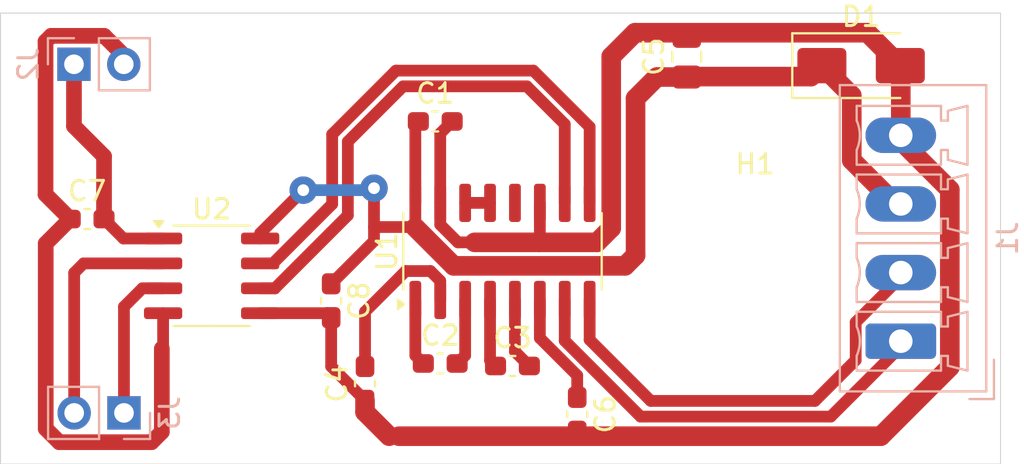
<source format=kicad_pcb>
(kicad_pcb (version 20240108) (generator "pcbnew") (generator_version "8.0")
  (layers (0 "F.Cu" signal) (31 "B.Cu" signal) (34 "B.Paste" user) (35 "F.Paste" user) (36 "B.SilkS" user "B.Silkscreen") (37 "F.SilkS" user "F.Silkscreen") (38 "B.Mask" user) (39 "F.Mask" user) (44 "Edge.Cuts" user))
  (net 0 "")
  (net 1 "+5V")
  (net 2 "GND")
  (net 3 "Net-(U1-C1-)")
  (net 4 "Net-(U1-C1+)")
  (net 5 "Net-(U1-C2+)")
  (net 6 "Net-(U1-C2-)")
  (net 7 "Net-(U1-VS+)")
  (net 8 "Net-(U1-VS-)")
  (net 9 "GNDD")
  (net 10 "+3.3V")
  (net 11 "/RS232tx")
  (net 12 "/RS232rx")
  (net 13 "/TX")
  (net 14 "/RX")
  (net 15 "Net-(U1-R1IN)")
  (net 17 "Net-(U1-T2IN)")
  (net 18 "Net-(U1-R2OUT)")
  (footprint "Package_SO:SOIC-16_3.9x9.9mm_P1.27mm" (layer "F.Cu") (at 150.114 118.999 90)
    (property "Reference" "U1" (at 0 -5.9 -90) (layer "F.SilkS"))
    (property "Value" "MAX3232")
    (fp_line (start 0 -5.06) (end 1.95 -5.06) (stroke (width 0.12)) (layer "F.SilkS"))
    (fp_line (start 0 -5.06) (end -1.95 -5.06) (stroke (width 0.12)) (layer "F.SilkS"))
    (fp_line (start 0 5.06) (end 1.95 5.06) (stroke (width 0.12)) (layer "F.SilkS"))
    (fp_line (start 0 5.06) (end -1.95 5.06) (stroke (width 0.12)) (layer "F.SilkS"))
    (fp_poly (pts (xy -2.7 -5.005) (xy -2.94 -5.335) (xy -2.46 -5.335) (xy -2.7 -5.005)) (stroke (width 0.12)) (fill solid) (layer "F.SilkS"))
    (pad "1" smd roundrect (at -2.475 -4.445 90) (size 1.95 0.6) (layers "F.Cu" "F.Paste" "F.Mask") (net 4 "Net-(U1-C1+)"))
    (pad "2" smd roundrect (at -2.475 -3.175 90) (size 1.95 0.6) (layers "F.Cu" "F.Paste" "F.Mask") (net 7 "Net-(U1-VS+)"))
    (pad "3" smd roundrect (at -2.475 -1.905 90) (size 1.95 0.6) (layers "F.Cu" "F.Paste" "F.Mask") (net 3 "Net-(U1-C1-)"))
    (pad "4" smd roundrect (at -2.475 -0.635 90) (size 1.95 0.6) (layers "F.Cu" "F.Paste" "F.Mask") (net 5 "Net-(U1-C2+)"))
    (pad "5" smd roundrect (at -2.475 0.635 90) (size 1.95 0.6) (layers "F.Cu" "F.Paste" "F.Mask") (net 6 "Net-(U1-C2-)"))
    (pad "6" smd roundrect (at -2.475 1.905 90) (size 1.95 0.6) (layers "F.Cu" "F.Paste" "F.Mask") (net 8 "Net-(U1-VS-)"))
    (pad "7" smd roundrect (at -2.475 3.175 90) (size 1.95 0.6) (layers "F.Cu" "F.Paste" "F.Mask") (net 11 "/RS232tx"))
    (pad "8" smd roundrect (at -2.475 4.445 90) (size 1.95 0.6) (layers "F.Cu" "F.Paste" "F.Mask") (net 12 "/RS232rx"))
    (pad "9" smd roundrect (at 2.475 4.445 90) (size 1.95 0.6) (layers "F.Cu" "F.Paste" "F.Mask") (net 18 "Net-(U1-R2OUT)"))
    (pad "10" smd roundrect (at 2.475 3.175 90) (size 1.95 0.6) (layers "F.Cu" "F.Paste" "F.Mask") (net 17 "Net-(U1-T2IN)"))
    (pad "11" smd roundrect (at 2.475 1.905 90) (size 1.95 0.6) (layers "F.Cu" "F.Paste" "F.Mask") (net 2 "GND"))
    (pad "12" smd roundrect (at 2.475 0.635 90) (size 1.95 0.6) (layers "F.Cu" "F.Paste" "F.Mask"))
    (pad "13" smd roundrect (at 2.475 -0.635 90) (size 1.95 0.6) (layers "F.Cu" "F.Paste" "F.Mask") (net 15 "Net-(U1-R1IN)"))
    (pad "14" smd roundrect (at 2.475 -1.905 90) (size 1.95 0.6) (layers "F.Cu" "F.Paste" "F.Mask") (net 15 "Net-(U1-R1IN)"))
    (pad "15" smd roundrect (at 2.475 -3.175 90) (size 1.95 0.6) (layers "F.Cu" "F.Paste" "F.Mask") (net 2 "GND"))
    (pad "16" smd roundrect (at 2.475 -4.445 90) (size 1.95 0.6) (layers "F.Cu" "F.Paste" "F.Mask") (net 1 "+5V"))
  )
  (footprint "Diode_SMD:D_SMA" (layer "F.Cu") (at 168.402 109.5248)
    (property "Reference" "D1" (at 0 -2.5 0) (layer "F.SilkS"))
    (property "Value" "SMAJ5.0A")
    (fp_line (start -3.51 -1.65) (end -3.51 1.65) (stroke (width 0.12)) (layer "F.SilkS"))
    (fp_line (start -3.51 -1.65) (end 2 -1.65) (stroke (width 0.12)) (layer "F.SilkS"))
    (fp_line (start -3.51 1.65) (end 2 1.65) (stroke (width 0.12)) (layer "F.SilkS"))
    (pad "1" smd roundrect (at -2 0) (size 2.5 1.8) (layers "F.Cu" "F.Paste" "F.Mask") (roundrect_rratio 0.1388888889) (net 1 "+5V"))
    (pad "2" smd roundrect (at 2 0) (size 2.5 1.8) (layers "F.Cu" "F.Paste" "F.Mask") (roundrect_rratio 0.1388888889) (net 2 "GND"))
  )
  (footprint "Capacitor_SMD:C_0603_1608Metric_Pad1.08x0.95mm_HandSolder" (layer "F.Cu") (at 146.685 112.3696)
    (property "Reference" "C1" (at 0 -1.43 0) (layer "F.SilkS"))
    (property "Value" "100nF")
    (fp_line (start -0.146267 -0.51) (end 0.146267 -0.51) (stroke (width 0.12)) (layer "F.SilkS"))
    (fp_line (start -0.146267 0.51) (end 0.146267 0.51) (stroke (width 0.12)) (layer "F.SilkS"))
    (pad "1" smd roundrect (at -0.8625 0) (size 1.075 0.95) (layers "F.Cu" "F.Paste" "F.Mask") (net 1 "+5V"))
    (pad "2" smd roundrect (at 0.8625 0) (size 1.075 0.95) (layers "F.Cu" "F.Paste" "F.Mask") (net 2 "GND"))
  )
  (footprint "Capacitor_SMD:C_0603_1608Metric_Pad1.08x0.95mm_HandSolder" (layer "F.Cu") (at 143.1036 125.73 90)
    (property "Reference" "C4" (at 0 -1.43 -90) (layer "F.SilkS"))
    (property "Value" "330nF")
    (fp_line (start -0.146267 -0.51) (end 0.146267 -0.51) (stroke (width 0.12)) (layer "F.SilkS"))
    (fp_line (start -0.146267 0.51) (end 0.146267 0.51) (stroke (width 0.12)) (layer "F.SilkS"))
    (pad "1" smd roundrect (at -0.8625 0 90) (size 1.075 0.95) (layers "F.Cu" "F.Paste" "F.Mask") (net 2 "GND"))
    (pad "2" smd roundrect (at 0.8625 0 90) (size 1.075 0.95) (layers "F.Cu" "F.Paste" "F.Mask") (net 7 "Net-(U1-VS+)"))
  )
  (footprint "Capacitor_SMD:C_0603_1608Metric_Pad1.08x0.95mm_HandSolder" (layer "F.Cu") (at 153.924 127.3048 -90)
    (property "Reference" "C6" (at 0 -1.43 90) (layer "F.SilkS"))
    (property "Value" "330nF")
    (fp_line (start -0.146267 0.51) (end 0.146267 0.51) (stroke (width 0.12)) (layer "F.SilkS"))
    (fp_line (start -0.146267 -0.51) (end 0.146267 -0.51) (stroke (width 0.12)) (layer "F.SilkS"))
    (pad "1" smd roundrect (at -0.8625 0 270) (size 1.075 0.95) (layers "F.Cu" "F.Paste" "F.Mask") (net 8 "Net-(U1-VS-)"))
    (pad "2" smd roundrect (at 0.8625 0 270) (size 1.075 0.95) (layers "F.Cu" "F.Paste" "F.Mask") (net 2 "GND"))
  )
  (footprint "Capacitor_SMD:C_0603_1608Metric_Pad1.08x0.95mm_HandSolder" (layer "F.Cu") (at 146.939 124.714)
    (property "Reference" "C2" (at 0 -1.43 0) (layer "F.SilkS"))
    (property "Value" "47nF")
    (fp_line (start -0.146267 -0.51) (end 0.146267 -0.51) (stroke (width 0.12)) (layer "F.SilkS"))
    (fp_line (start -0.146267 0.51) (end 0.146267 0.51) (stroke (width 0.12)) (layer "F.SilkS"))
    (pad "1" smd roundrect (at -0.8625 0) (size 1.075 0.95) (layers "F.Cu" "F.Paste" "F.Mask") (net 4 "Net-(U1-C1+)"))
    (pad "2" smd roundrect (at 0.8625 0) (size 1.075 0.95) (layers "F.Cu" "F.Paste" "F.Mask") (net 3 "Net-(U1-C1-)"))
  )
  (footprint "Capacitor_SMD:C_0805_2012Metric_Pad1.18x1.45mm_HandSolder" (layer "F.Cu") (at 159.512 109.0676 90)
    (property "Reference" "C5" (at 0 -1.68 -90) (layer "F.SilkS"))
    (property "Value" "10uF")
    (fp_line (start -0.261252 -0.735) (end 0.261252 -0.735) (stroke (width 0.12)) (layer "F.SilkS"))
    (fp_line (start -0.261252 0.735) (end 0.261252 0.735) (stroke (width 0.12)) (layer "F.SilkS"))
    (pad "1" smd roundrect (at -1.0375 0 90) (size 1.175 1.45) (layers "F.Cu" "F.Paste" "F.Mask") (roundrect_rratio 0.212766) (net 1 "+5V"))
    (pad "2" smd roundrect (at 1.0375 0 90) (size 1.175 1.45) (layers "F.Cu" "F.Paste" "F.Mask") (roundrect_rratio 0.212766) (net 2 "GND"))
  )
  (footprint "Capacitor_SMD:C_0603_1608Metric_Pad1.08x0.95mm_HandSolder" (layer "F.Cu") (at 150.622 124.841)
    (property "Reference" "C3" (at 0 -1.43 0) (layer "F.SilkS"))
    (property "Value" "330nF")
    (fp_line (start -0.146267 -0.51) (end 0.146267 -0.51) (stroke (width 0.12)) (layer "F.SilkS"))
    (fp_line (start -0.146267 0.51) (end 0.146267 0.51) (stroke (width 0.12)) (layer "F.SilkS"))
    (pad "1" smd roundrect (at -0.8625 0) (size 1.075 0.95) (layers "F.Cu" "F.Paste" "F.Mask") (net 5 "Net-(U1-C2+)"))
    (pad "2" smd roundrect (at 0.8625 0) (size 1.075 0.95) (layers "F.Cu" "F.Paste" "F.Mask") (net 6 "Net-(U1-C2-)"))
  )
  (footprint "Capacitor_SMD:C_0603_1608Metric_Pad1.08x0.95mm_HandSolder" (layer "F.Cu") (at 128.9304 117.348)
    (property "Reference" "C7" (at 0 -1.43 0) (layer "F.SilkS"))
    (property "Value" "100nF")
    (fp_line (start -0.146267 -0.51) (end 0.146267 -0.51) (stroke (width 0.12)) (layer "F.SilkS"))
    (fp_line (start -0.146267 0.51) (end 0.146267 0.51) (stroke (width 0.12)) (layer "F.SilkS"))
    (pad "1" smd roundrect (at -0.8625 0) (size 1.075 0.95) (layers "F.Cu" "F.Paste" "F.Mask") (net 9 "GNDD"))
    (pad "2" smd roundrect (at 0.8625 0) (size 1.075 0.95) (layers "F.Cu" "F.Paste" "F.Mask") (net 10 "+3.3V"))
  )
  (footprint "MountingHole:MountingHole_3.2mm_M3_DIN965" (layer "F.Cu") (at 163 118.3448)
    (property "Reference" "H1" (at 0 -3.8 0) (layer "F.SilkS"))
    (property "Value" "MountingHole")
    (pad "" np_thru_hole circle (at 0 0) (size 3.2 3.2) (drill 3.2) (layers "*.Cu" "*.Mask"))
  )
  (footprint "Capacitor_SMD:C_0603_1608Metric_Pad1.08x0.95mm_HandSolder" (layer "F.Cu") (at 141.3764 121.5136 -90)
    (property "Reference" "C8" (at 0 -1.43 90) (layer "F.SilkS"))
    (property "Value" "100nF")
    (fp_line (start -0.146267 0.51) (end 0.146267 0.51) (stroke (width 0.12)) (layer "F.SilkS"))
    (fp_line (start -0.146267 -0.51) (end 0.146267 -0.51) (stroke (width 0.12)) (layer "F.SilkS"))
    (pad "1" smd roundrect (at -0.8625 0 270) (size 1.075 0.95) (layers "F.Cu" "F.Paste" "F.Mask") (net 1 "+5V"))
    (pad "2" smd roundrect (at 0.8625 0 270) (size 1.075 0.95) (layers "F.Cu" "F.Paste" "F.Mask") (net 2 "GND"))
  )
  (footprint "Package_SO:SOIC-8_3.9x4.9mm_P1.27mm" (layer "F.Cu") (at 135.2804 120.2436)
    (property "Reference" "U2" (at 0 -3.4 0) (layer "F.SilkS"))
    (property "Value" "2DIB1411F")
    (fp_line (start 0 -2.56) (end -1.95 -2.56) (stroke (width 0.12)) (layer "F.SilkS"))
    (fp_line (start 0 -2.56) (end 1.95 -2.56) (stroke (width 0.12)) (layer "F.SilkS"))
    (fp_line (start 0 2.56) (end -1.95 2.56) (stroke (width 0.12)) (layer "F.SilkS"))
    (fp_line (start 0 2.56) (end 1.95 2.56) (stroke (width 0.12)) (layer "F.SilkS"))
    (fp_poly (pts (xy -2.7 -2.465) (xy -2.94 -2.795) (xy -2.46 -2.795) (xy -2.7 -2.465)) (stroke (width 0.12)) (fill solid) (layer "F.SilkS"))
    (pad "1" smd roundrect (at -2.475 -1.905) (size 1.95 0.6) (layers "F.Cu" "F.Paste" "F.Mask") (net 10 "+3.3V"))
    (pad "2" smd roundrect (at -2.475 -0.635) (size 1.95 0.6) (layers "F.Cu" "F.Paste" "F.Mask") (net 14 "/RX"))
    (pad "3" smd roundrect (at -2.475 0.635) (size 1.95 0.6) (layers "F.Cu" "F.Paste" "F.Mask") (net 13 "/TX"))
    (pad "4" smd roundrect (at -2.475 1.905) (size 1.95 0.6) (layers "F.Cu" "F.Paste" "F.Mask") (net 9 "GNDD"))
    (pad "5" smd roundrect (at 2.475 1.905) (size 1.95 0.6) (layers "F.Cu" "F.Paste" "F.Mask") (net 2 "GND"))
    (pad "6" smd roundrect (at 2.475 0.635) (size 1.95 0.6) (layers "F.Cu" "F.Paste" "F.Mask") (net 17 "Net-(U1-T2IN)"))
    (pad "7" smd roundrect (at 2.475 -0.635) (size 1.95 0.6) (layers "F.Cu" "F.Paste" "F.Mask") (net 18 "Net-(U1-R2OUT)"))
    (pad "8" smd roundrect (at 2.475 -1.905) (size 1.95 0.6) (layers "F.Cu" "F.Paste" "F.Mask") (net 1 "+5V"))
  )
  (footprint "Connector_Phoenix_MC:PhoenixContact_MCV_1,5_4-G-3.5_1x04_P3.50mm_Vertical" (layer "B.Cu") (at 170.4265 123.5773 90)
    (property "Reference" "J1" (at 5.25 5.45 -90) (layer "B.SilkS") (effects (justify mirror)))
    (property "Value" "Serial")
    (fp_line (start 13.06 -3.11) (end -2.56 -3.11) (stroke (width 0.12)) (layer "B.SilkS"))
    (fp_line (start -2.56 -3.11) (end -2.56 4.36) (stroke (width 0.12)) (layer "B.SilkS"))
    (fp_line (start 12 -2.25) (end 12 2.05) (stroke (width 0.12)) (layer "B.SilkS"))
    (fp_line (start 11.25 -2.25) (end 12 -2.25) (stroke (width 0.12)) (layer "B.SilkS"))
    (fp_line (start 9 -2.25) (end 9.75 -2.25) (stroke (width 0.12)) (layer "B.SilkS"))
    (fp_line (start 8.5 -2.25) (end 8.5 2.05) (stroke (width 0.12)) (layer "B.SilkS"))
    (fp_line (start 7.75 -2.25) (end 8.5 -2.25) (stroke (width 0.12)) (layer "B.SilkS"))
    (fp_line (start 5.5 -2.25) (end 6.25 -2.25) (stroke (width 0.12)) (layer "B.SilkS"))
    (fp_line (start 5 -2.25) (end 5 2.05) (stroke (width 0.12)) (layer "B.SilkS"))
    (fp_line (start 4.25 -2.25) (end 5 -2.25) (stroke (width 0.12)) (layer "B.SilkS"))
    (fp_line (start 2 -2.25) (end 2.75 -2.25) (stroke (width 0.12)) (layer "B.SilkS"))
    (fp_line (start 1.5 -2.25) (end 1.5 2.05) (stroke (width 0.12)) (layer "B.SilkS"))
    (fp_line (start 0.75 -2.25) (end 1.5 -2.25) (stroke (width 0.12)) (layer "B.SilkS"))
    (fp_line (start -1.5 -2.25) (end -0.75 -2.25) (stroke (width 0.12)) (layer "B.SilkS"))
    (fp_line (start 12 2.05) (end 11.25 2.05) (stroke (width 0.12)) (layer "B.SilkS"))
    (fp_line (start 11.25 2.05) (end 11.25 2.4) (stroke (width 0.12)) (layer "B.SilkS"))
    (fp_line (start 9.75 2.05) (end 9 2.05) (stroke (width 0.12)) (layer "B.SilkS"))
    (fp_line (start 9 2.05) (end 9 -2.25) (stroke (width 0.12)) (layer "B.SilkS"))
    (fp_line (start 8.5 2.05) (end 7.75 2.05) (stroke (width 0.12)) (layer "B.SilkS"))
    (fp_line (start 7.75 2.05) (end 7.75 2.4) (stroke (width 0.12)) (layer "B.SilkS"))
    (fp_line (start 6.25 2.05) (end 5.5 2.05) (stroke (width 0.12)) (layer "B.SilkS"))
    (fp_line (start 5.5 2.05) (end 5.5 -2.25) (stroke (width 0.12)) (layer "B.SilkS"))
    (fp_line (start 5 2.05) (end 4.25 2.05) (stroke (width 0.12)) (layer "B.SilkS"))
    (fp_line (start 4.25 2.05) (end 4.25 2.4) (stroke (width 0.12)) (layer "B.SilkS"))
    (fp_line (start 2.75 2.05) (end 2 2.05) (stroke (width 0.12)) (layer "B.SilkS"))
    (fp_line (start 2 2.05) (end 2 -2.25) (stroke (width 0.12)) (layer "B.SilkS"))
    (fp_line (start 1.5 2.05) (end 0.75 2.05) (stroke (width 0.12)) (layer "B.SilkS"))
    (fp_line (start 0.75 2.05) (end 0.75 2.4) (stroke (width 0.12)) (layer "B.SilkS"))
    (fp_line (start -0.75 2.05) (end -1.5 2.05) (stroke (width 0.12)) (layer "B.SilkS"))
    (fp_line (start -1.5 2.05) (end -1.5 -2.25) (stroke (width 0.12)) (layer "B.SilkS"))
    (fp_line (start 11.75 2.4) (end 12 3.4) (stroke (width 0.12)) (layer "B.SilkS"))
    (fp_line (start 11.25 2.4) (end 11.75 2.4) (stroke (width 0.12)) (layer "B.SilkS"))
    (fp_line (start 9.75 2.4) (end 9.75 2.05) (stroke (width 0.12)) (layer "B.SilkS"))
    (fp_line (start 9.25 2.4) (end 9.75 2.4) (stroke (width 0.12)) (layer "B.SilkS"))
    (fp_line (start 8.25 2.4) (end 8.5 3.4) (stroke (width 0.12)) (layer "B.SilkS"))
    (fp_line (start 7.75 2.4) (end 8.25 2.4) (stroke (width 0.12)) (layer "B.SilkS"))
    (fp_line (start 6.25 2.4) (end 6.25 2.05) (stroke (width 0.12)) (layer "B.SilkS"))
    (fp_line (start 5.75 2.4) (end 6.25 2.4) (stroke (width 0.12)) (layer "B.SilkS"))
    (fp_line (start 4.75 2.4) (end 5 3.4) (stroke (width 0.12)) (layer "B.SilkS"))
    (fp_line (start 4.25 2.4) (end 4.75 2.4) (stroke (width 0.12)) (layer "B.SilkS"))
    (fp_line (start 2.75 2.4) (end 2.75 2.05) (stroke (width 0.12)) (layer "B.SilkS"))
    (fp_line (start 2.25 2.4) (end 2.75 2.4) (stroke (width 0.12)) (layer "B.SilkS"))
    (fp_line (start 1.25 2.4) (end 1.5 3.4) (stroke (width 0.12)) (layer "B.SilkS"))
    (fp_line (start 0.75 2.4) (end 1.25 2.4) (stroke (width 0.12)) (layer "B.SilkS"))
    (fp_line (start -0.75 2.4) (end -0.75 2.05) (stroke (width 0.12)) (layer "B.SilkS"))
    (fp_line (start -1.25 2.4) (end -0.75 2.4) (stroke (width 0.12)) (layer "B.SilkS"))
    (fp_line (start 12 3.4) (end 9 3.4) (stroke (width 0.12)) (layer "B.SilkS"))
    (fp_line (start 9 3.4) (end 9.25 2.4) (stroke (width 0.12)) (layer "B.SilkS"))
    (fp_line (start 8.5 3.4) (end 5.5 3.4) (stroke (width 0.12)) (layer "B.SilkS"))
    (fp_line (start 5.5 3.4) (end 5.75 2.4) (stroke (width 0.12)) (layer "B.SilkS"))
    (fp_line (start 5 3.4) (end 2 3.4) (stroke (width 0.12)) (layer "B.SilkS"))
    (fp_line (start 2 3.4) (end 2.25 2.4) (stroke (width 0.12)) (layer "B.SilkS"))
    (fp_line (start 1.5 3.4) (end -1.5 3.4) (stroke (width 0.12)) (layer "B.SilkS"))
    (fp_line (start -1.5 3.4) (end -1.25 2.4) (stroke (width 0.12)) (layer "B.SilkS"))
    (fp_line (start 13.06 4.36) (end 13.06 -3.11) (stroke (width 0.12)) (layer "B.SilkS"))
    (fp_line (start -2.56 4.36) (end 13.06 4.36) (stroke (width 0.12)) (layer "B.SilkS"))
    (fp_line (start -0.95 4.75) (end -2.95 4.75) (stroke (width 0.12)) (layer "B.SilkS"))
    (fp_line (start -2.95 4.75) (end -2.95 3.5) (stroke (width 0.12)) (layer "B.SilkS"))
    (fp_arc (start 11.249647 -2.249844) (mid 10.499807 -2.091909) (end 9.75 -2.25) (stroke (width 0.12)) (layer "B.SilkS"))
    (fp_arc (start 7.749647 -2.249844) (mid 6.999807 -2.091909) (end 6.25 -2.25) (stroke (width 0.12)) (layer "B.SilkS"))
    (fp_arc (start 4.249647 -2.249844) (mid 3.499807 -2.091909) (end 2.75 -2.25) (stroke (width 0.12)) (layer "B.SilkS"))
    (fp_arc (start 0.749647 -2.249844) (mid -0.000193 -2.091909) (end -0.75 -2.25) (stroke (width 0.12)) (layer "B.SilkS"))
    (pad "1" thru_hole roundrect (at 0 0 90) (size 1.8 3.6) (drill 1.2) (layers "*.Cu" "*.Mask") (roundrect_rratio 0.138889) (net 11 "/RS232tx"))
    (pad "2" thru_hole oval (at 3.5 0 90) (size 1.8 3.6) (drill 1.2) (layers "*.Cu" "*.Mask") (net 12 "/RS232rx"))
    (pad "3" thru_hole oval (at 7 0 90) (size 1.8 3.6) (drill 1.2) (layers "*.Cu" "*.Mask") (net 1 "+5V"))
    (pad "4" thru_hole oval (at 10.5 0 90) (size 1.8 3.6) (drill 1.2) (layers "*.Cu" "*.Mask") (net 2 "GND"))
  )
  (footprint "Connector_PinHeader_2.54mm:PinHeader_1x02_P2.54mm_Vertical" (layer "B.Cu") (at 128.26 109.455 -90)
    (property "Reference" "J2" (at 0 2.33 90) (layer "B.SilkS") (effects (justify mirror)))
    (property "Value" "PWR")
    (fp_line (start -1.33 1.33) (end -1.33 0) (stroke (width 0.12)) (layer "B.SilkS"))
    (fp_line (start 0 1.33) (end -1.33 1.33) (stroke (width 0.12)) (layer "B.SilkS"))
    (fp_line (start 1.33 -1.27) (end -1.33 -1.27) (stroke (width 0.12)) (layer "B.SilkS"))
    (fp_line (start -1.33 -3.87) (end -1.33 -1.27) (stroke (width 0.12)) (layer "B.SilkS"))
    (fp_line (start 1.33 -3.87) (end 1.33 -1.27) (stroke (width 0.12)) (layer "B.SilkS"))
    (fp_line (start 1.33 -3.87) (end -1.33 -3.87) (stroke (width 0.12)) (layer "B.SilkS"))
    (pad "1" thru_hole rect (at 0 0 270) (size 1.7 1.7) (drill 1) (layers "*.Cu" "*.Mask") (net 10 "+3.3V"))
    (pad "2" thru_hole oval (at 0 -2.54 270) (size 1.7 1.7) (drill 1) (layers "*.Cu" "*.Mask") (net 9 "GNDD"))
  )
  (footprint "Connector_PinHeader_2.54mm:PinHeader_1x02_P2.54mm_Vertical" (layer "B.Cu") (at 130.81 127.235 90)
    (property "Reference" "J3" (at 0 2.33 -90) (layer "B.SilkS") (effects (justify mirror)))
    (property "Value" "data")
    (fp_line (start 1.33 -3.87) (end -1.33 -3.87) (stroke (width 0.12)) (layer "B.SilkS"))
    (fp_line (start 1.33 -3.87) (end 1.33 -1.27) (stroke (width 0.12)) (layer "B.SilkS"))
    (fp_line (start -1.33 -3.87) (end -1.33 -1.27) (stroke (width 0.12)) (layer "B.SilkS"))
    (fp_line (start 1.33 -1.27) (end -1.33 -1.27) (stroke (width 0.12)) (layer "B.SilkS"))
    (fp_line (start 0 1.33) (end -1.33 1.33) (stroke (width 0.12)) (layer "B.SilkS"))
    (fp_line (start -1.33 1.33) (end -1.33 0) (stroke (width 0.12)) (layer "B.SilkS"))
    (pad "1" thru_hole rect (at 0 0 90) (size 1.7 1.7) (drill 1) (layers "*.Cu" "*.Mask") (net 13 "/TX"))
    (pad "2" thru_hole oval (at 0 -2.54 90) (size 1.7 1.7) (drill 1) (layers "*.Cu" "*.Mask") (net 14 "/RX"))
  )
  (gr_rect (start 124.5124 106.8448) (end 175.5124 129.8448) (stroke (width 0.05)) (fill none) (layer "Edge.Cuts"))
  (segment (start 145.6436 117.7544) (end 145.669 117.7798) (width 0.6) (layer "F.Cu") (net 1))
  (segment (start 156.3624 119.7356) (end 156.9 119.198) (width 1) (layer "F.Cu") (net 1))
  (segment (start 167.9265 111.0493) (end 166.402 109.5248) (width 1) (layer "F.Cu") (net 1))
  (segment (start 145.669 115.4684) (end 145.669 116.524) (width 0.6) (layer "F.Cu") (net 1))
  (segment (start 141.3764 120.6511) (end 143.5608 118.4667) (width 0.6) (layer "F.Cu") (net 1))
  (segment (start 145.669 112.5231) (end 145.669 115.4684) (width 0.6) (layer "F.Cu") (net 1))
  (segment (start 143.5608 117.7544) (end 145.6436 117.7544) (width 0.6) (layer "F.Cu") (net 1))
  (segment (start 170.4265 116.8505) (end 167.9265 114.3505) (width 1) (layer "F.Cu") (net 1))
  (segment (start 165.8432 110.0836) (end 159.5335 110.0836) (width 1) (layer "F.Cu") (net 1))
  (segment (start 137.7554 118.0734) (end 139.954 115.8748) (width 0.6) (layer "F.Cu") (net 1))
  (segment (start 166.402 109.5248) (end 165.8432 110.0836) (width 1) (layer "F.Cu") (net 1))
  (segment (start 147.6248 119.7356) (end 156.3624 119.7356) (width 1) (layer "F.Cu") (net 1))
  (segment (start 143.5608 117.7544) (end 143.5608 115.7732) (width 0.6) (layer "F.Cu") (net 1))
  (segment (start 143.5608 118.4667) (end 143.5608 117.7544) (width 0.6) (layer "F.Cu") (net 1))
  (segment (start 137.7554 118.3386) (end 137.7554 118.0734) (width 0.6) (layer "F.Cu") (net 1))
  (segment (start 167.9265 114.3505) (end 167.9265 111.0493) (width 1) (layer "F.Cu") (net 1))
  (segment (start 156.9 111.1931) (end 157.988 110.1051) (width 1) (layer "F.Cu") (net 1))
  (segment (start 145.669 117.7798) (end 147.6248 119.7356) (width 1) (layer "F.Cu") (net 1))
  (segment (start 156.9 119.198) (end 156.9 111.1931) (width 1) (layer "F.Cu") (net 1))
  (segment (start 157.988 110.1051) (end 159.512 110.1051) (width 1) (layer "F.Cu") (net 1))
  (via (at 143.5608 115.7732) (size 1.4) (drill 0.6) (layers "F.Cu" "B.Cu") (net 1))
  (via (at 139.954 115.8748) (size 1.4) (drill 0.6) (layers "F.Cu" "B.Cu") (net 1))
  (segment (start 143.4592 115.8748) (end 143.5608 115.7732) (width 0.6) (layer "B.Cu") (net 1))
  (segment (start 139.954 115.8748) (end 143.4592 115.8748) (width 0.6) (layer "B.Cu") (net 1))
  (segment (start 141.3764 124.8653) (end 143.1036 126.5925) (width 0.6) (layer "F.Cu") (net 2))
  (segment (start 154.93447 118.5356) (end 155.659 117.81107) (width 1) (layer "F.Cu") (net 2))
  (segment (start 144.8308 128.4224) (end 169.40503 128.4224) (width 1) (layer "F.Cu") (net 2))
  (segment (start 151.9936 118.5356) (end 154.93447 118.5356) (width 1) (layer "F.Cu") (net 2))
  (segment (start 170.4265 113.3505) (end 172.9265 115.8505) (width 1) (layer "F.Cu") (net 2))
  (segment (start 172.9265 115.8505) (end 172.9265 124.90093) (width 1) (layer "F.Cu") (net 2))
  (segment (start 146.939 117.635586) (end 147.839014 118.5356) (width 0.6) (layer "F.Cu") (net 2))
  (segment (start 144.334694 128.4224) (end 143.1036 127.191306) (width 1) (layer "F.Cu") (net 2))
  (segment (start 155.659 109.0598) (end 156.874 107.8448) (width 1) (layer "F.Cu") (net 2))
  (segment (start 170.4265 113.3505) (end 170.4265 109.5493) (width 1) (layer "F.Cu") (net 2))
  (segment (start 172.9265 124.90093) (end 169.40503 128.4224) (width 1) (layer "F.Cu") (net 2))
  (segment (start 168.722 107.8448) (end 170.402 109.5248) (width 1) (layer "F.Cu") (net 2))
  (segment (start 141.3764 122.3761) (end 141.3764 124.8653) (width 0.6) (layer "F.Cu") (net 2))
  (segment (start 143.1036 127.191306) (end 143.1036 126.5925) (width 1) (layer "F.Cu") (net 2))
  (segment (start 156.874 107.8448) (end 168.722 107.8448) (width 1) (layer "F.Cu") (net 2))
  (segment (start 146.939 116.524) (end 146.939 112.9781) (width 0.6) (layer "F.Cu") (net 2))
  (segment (start 141.1489 122.1486) (end 141.3764 122.3761) (width 0.6) (layer "F.Cu") (net 2))
  (segment (start 152.019 116.524) (end 152.019 118.5102) (width 0.6) (layer "F.Cu") (net 2))
  (segment (start 151.9936 118.5356) (end 148.6916 118.5356) (width 1) (layer "F.Cu") (net 2))
  (segment (start 155.659 117.81107) (end 155.659 109.0598) (width 1) (layer "F.Cu") (net 2))
  (segment (start 146.939 112.9781) (end 147.5475 112.3696) (width 0.6) (layer "F.Cu") (net 2))
  (segment (start 137.7554 122.1486) (end 141.1489 122.1486) (width 0.6) (layer "F.Cu") (net 2))
  (segment (start 147.839014 118.5356) (end 148.6916 118.5356) (width 0.6) (layer "F.Cu") (net 2))
  (segment (start 146.939 116.524) (end 146.939 117.635586) (width 0.6) (layer "F.Cu") (net 2))
  (segment (start 152.019 118.5102) (end 151.9936 118.5356) (width 0.6) (layer "F.Cu") (net 2))
  (segment (start 148.209 121.474) (end 148.209 124.3065) (width 0.6) (layer "F.Cu") (net 3))
  (segment (start 148.209 124.3065) (end 147.8015 124.714) (width 0.6) (layer "F.Cu") (net 3))
  (segment (start 145.669 121.474) (end 145.669 124.3065) (width 0.6) (layer "F.Cu") (net 4))
  (segment (start 145.669 124.3065) (end 146.0765 124.714) (width 0.6) (layer "F.Cu") (net 4))
  (segment (start 149.479 124.5605) (end 149.7595 124.841) (width 0.6) (layer "F.Cu") (net 5))
  (segment (start 149.479 121.474) (end 149.479 124.5605) (width 0.6) (layer "F.Cu") (net 5))
  (segment (start 150.749 124.1055) (end 151.4845 124.841) (width 0.6) (layer "F.Cu") (net 6))
  (segment (start 150.749 121.474) (end 150.749 124.1055) (width 0.6) (layer "F.Cu") (net 6))
  (segment (start 145.177 119.999) (end 143.1036 122.0724) (width 0.6) (layer "F.Cu") (net 7))
  (segment (start 143.1036 122.0724) (end 143.1036 124.8675) (width 0.6) (layer "F.Cu") (net 7))
  (segment (start 146.939 120.499001) (end 146.438999 119.999) (width 0.6) (layer "F.Cu") (net 7))
  (segment (start 146.438999 119.999) (end 145.177 119.999) (width 0.6) (layer "F.Cu") (net 7))
  (segment (start 146.939 121.474) (end 146.939 120.499001) (width 0.6) (layer "F.Cu") (net 7))
  (segment (start 153.924 125.3225) (end 153.924 126.4423) (width 0.6) (layer "F.Cu") (net 8))
  (segment (start 152.019 123.4175) (end 153.924 125.3225) (width 0.6) (layer "F.Cu") (net 8))
  (segment (start 152.019 121.474) (end 152.019 123.4175) (width 0.6) (layer "F.Cu") (net 8))
  (segment (start 130.8 109.455) (end 130.8 109.0048) (width 0.8) (layer "F.Cu") (net 9))
  (segment (start 127.508 128.7272) (end 132.2178 128.7272) (width 0.8) (layer "F.Cu") (net 9))
  (segment (start 128.0679 117.348) (end 126.82 118.5959) (width 0.8) (layer "F.Cu") (net 9))
  (segment (start 126.81 116.0901) (end 128.0679 117.348) (width 0.8) (layer "F.Cu") (net 9))
  (segment (start 126.82 118.5959) (end 126.82 128.0392) (width 0.8) (layer "F.Cu") (net 9))
  (segment (start 132.8054 122.1486) (end 132.8054 123.887) (width 0.6) (layer "F.Cu") (net 9))
  (segment (start 126.82 128.0392) (end 127.508 128.7272) (width 0.8) (layer "F.Cu") (net 9))
  (segment (start 132.8054 123.887) (end 132.7404 123.952) (width 0.6) (layer "F.Cu") (net 9))
  (segment (start 129.8002 108.005) (end 127.0974 108.005) (width 0.8) (layer "F.Cu") (net 9))
  (segment (start 132.7404 128.2046) (end 132.7404 123.952) (width 0.8) (layer "F.Cu") (net 9))
  (segment (start 126.81 108.2924) (end 126.81 116.0901) (width 0.8) (layer "F.Cu") (net 9))
  (segment (start 130.8 109.0048) (end 129.8002 108.005) (width 0.8) (layer "F.Cu") (net 9))
  (segment (start 127.0974 108.005) (end 126.81 108.2924) (width 0.8) (layer "F.Cu") (net 9))
  (segment (start 132.2178 128.7272) (end 132.7404 128.2046) (width 0.8) (layer "F.Cu") (net 9))
  (segment (start 132.8054 118.3386) (end 130.7835 118.3386) (width 0.6) (layer "F.Cu") (net 10))
  (segment (start 128.26 109.455) (end 128.26 112.6136) (width 0.8) (layer "F.Cu") (net 10))
  (segment (start 128.26 112.6136) (end 129.7929 114.1465) (width 0.8) (layer "F.Cu") (net 10))
  (segment (start 130.7835 118.3386) (end 129.7929 117.348) (width 0.6) (layer "F.Cu") (net 10))
  (segment (start 129.7929 114.1465) (end 129.7929 117.348) (width 0.8) (layer "F.Cu") (net 10))
  (segment (start 157.15527 127.4224) (end 166.8546 127.4224) (width 0.6) (layer "F.Cu") (net 11))
  (segment (start 153.289 121.474) (end 153.289 123.55613) (width 0.6) (layer "F.Cu") (net 11))
  (segment (start 166.8546 127.4224) (end 170.4265 123.8505) (width 0.6) (layer "F.Cu") (net 11))
  (segment (start 153.289 123.55613) (end 157.15527 127.4224) (width 0.6) (layer "F.Cu") (net 11))
  (segment (start 168.1265 122.609712) (end 170.4265 120.309712) (width 0.6) (layer "F.Cu") (net 12))
  (segment (start 168.1265 124.544888) (end 168.1265 122.609712) (width 0.6) (layer "F.Cu") (net 12))
  (segment (start 154.559 121.474) (end 154.559 123.50643) (width 0.6) (layer "F.Cu") (net 12))
  (segment (start 157.67497 126.6224) (end 166.048988 126.6224) (width 0.6) (layer "F.Cu") (net 12))
  (segment (start 154.559 123.50643) (end 157.67497 126.6224) (width 0.6) (layer "F.Cu") (net 12))
  (segment (start 166.048988 126.6224) (end 168.1265 124.544888) (width 0.6) (layer "F.Cu") (net 12))
  (segment (start 131.7498 120.8786) (end 130.81 121.8184) (width 0.6) (layer "F.Cu") (net 13))
  (segment (start 130.81 121.8184) (end 130.81 127.235) (width 0.6) (layer "F.Cu") (net 13))
  (segment (start 132.8054 120.8786) (end 131.7498 120.8786) (width 0.6) (layer "F.Cu") (net 13))
  (segment (start 128.7526 119.6086) (end 128.27 120.0912) (width 0.6) (layer "F.Cu") (net 14))
  (segment (start 128.27 120.0912) (end 128.27 127.235) (width 0.6) (layer "F.Cu") (net 14))
  (segment (start 132.8054 119.6086) (end 128.7526 119.6086) (width 0.6) (layer "F.Cu") (net 14))
  (segment (start 148.209 116.524) (end 149.479 116.524) (width 0.6) (layer "F.Cu") (net 15))
  (segment (start 151.35743 110.5788) (end 145.0468 110.5788) (width 0.6) (layer "F.Cu") (net 17))
  (segment (start 153.289 112.51037) (end 151.35743 110.5788) (width 0.6) (layer "F.Cu") (net 17))
  (segment (start 142.2272 113.3984) (end 142.2272 117.1576) (width 0.6) (layer "F.Cu") (net 17))
  (segment (start 142.2272 117.1576) (end 138.5062 120.8786) (width 0.6) (layer "F.Cu") (net 17))
  (segment (start 153.289 116.524) (end 153.289 112.51037) (width 0.6) (layer "F.Cu") (net 17))
  (segment (start 145.0468 110.5788) (end 142.2272 113.3984) (width 0.6) (layer "F.Cu") (net 17))
  (segment (start 138.5062 120.8786) (end 137.7554 120.8786) (width 0.6) (layer "F.Cu") (net 17))
  (segment (start 144.6784 109.7788) (end 141.4272 113.03) (width 0.6) (layer "F.Cu") (net 18))
  (segment (start 154.559 112.649) (end 151.6888 109.7788) (width 0.6) (layer "F.Cu") (net 18))
  (segment (start 154.559 116.524) (end 154.559 112.649) (width 0.6) (layer "F.Cu") (net 18))
  (segment (start 141.4272 116.586) (end 138.4046 119.6086) (width 0.6) (layer "F.Cu") (net 18))
  (segment (start 151.6888 109.7788) (end 144.6784 109.7788) (width 0.6) (layer "F.Cu") (net 18))
  (segment (start 141.4272 113.03) (end 141.4272 116.586) (width 0.6) (layer "F.Cu") (net 18))
)
</source>
